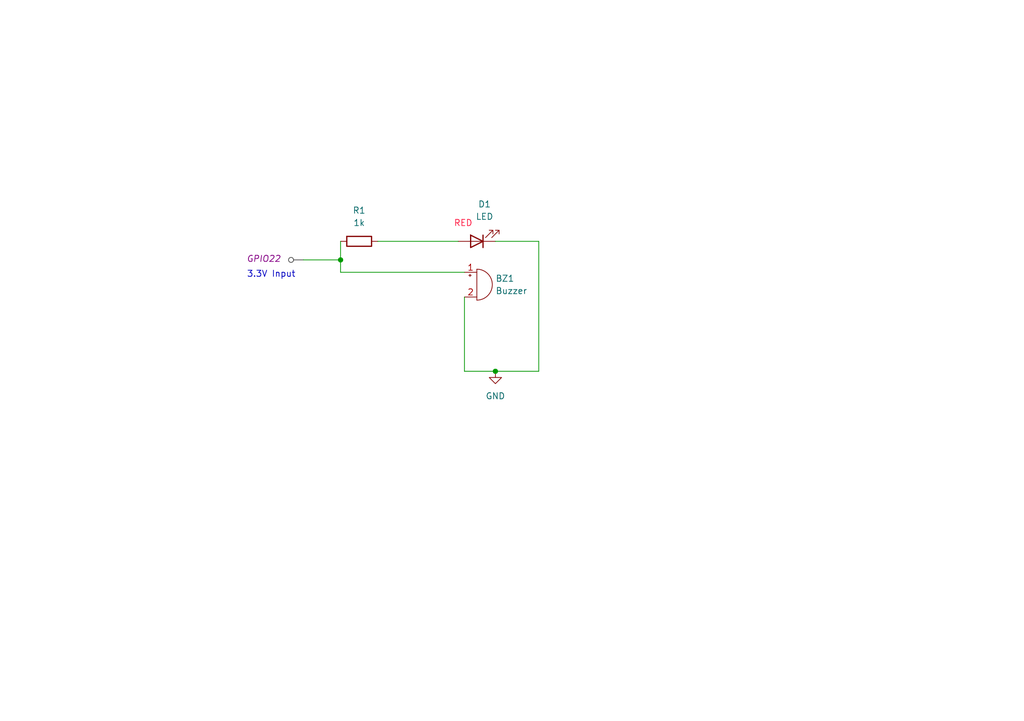
<source format=kicad_sch>
(kicad_sch (version 20231120) (generator "eeschema") (generator_version "8.0")
  (paper "A5")
  (title_block (title "Alarm System Circuit") (date "2024-04-02") (rev "A") (company "FANS") (comment 1 "Matteo Golin"))
  (lib_symbols
    (symbol "Device:Buzzer" (pin_names (offset 0.0254) hide)
      (property "Reference" "BZ" (at 3.81 1.27 0))
      (property "Value" "Buzzer" (at 3.81 -1.27 0))
      (symbol "Buzzer_0_1"
        (arc (start 0 -3.175) (mid 3.1612 0) (end 0 3.175))
        (polyline (pts (xy -1.651 1.905) (xy -1.143 1.905)))
        (polyline (pts (xy -1.397 2.159) (xy -1.397 1.651)))
        (polyline (pts (xy 0 3.175) (xy 0 -3.175)))
      )
      (symbol "Buzzer_1_1"
        (pin passive line (at -2.54 2.54 0) (length 2.54) (name "+") (number "1"))
        (pin passive line (at -2.54 -2.54 0) (length 2.54) (name "-") (number "2"))
      )
    )
    (symbol "Device:LED" (pin_numbers hide) (pin_names (offset 1.016) hide)
      (property "Reference" "D" (at 0 2.54 0))
      (property "Value" "LED" (at 0 -2.54 0))
      (symbol "LED_0_1"
        (polyline (pts (xy -1.27 -1.27) (xy -1.27 1.27)) (stroke (width 0.254)))
        (polyline (pts (xy -1.27 0) (xy 1.27 0)))
        (polyline (pts (xy 1.27 -1.27) (xy 1.27 1.27) (xy -1.27 0) (xy 1.27 -1.27)) (stroke (width 0.254)))
        (polyline (pts (xy -3.048 -0.762) (xy -4.572 -2.286) (xy -3.81 -2.286) (xy -4.572 -2.286) (xy -4.572 -1.524)))
        (polyline (pts (xy -1.778 -0.762) (xy -3.302 -2.286) (xy -2.54 -2.286) (xy -3.302 -2.286) (xy -3.302 -1.524)))
      )
      (symbol "LED_1_1"
        (pin passive line (at -3.81 0 0) (length 2.54) (name "K") (number "1"))
        (pin passive line (at 3.81 0 180) (length 2.54) (name "A") (number "2"))
      )
    )
    (symbol "Device:R" (pin_numbers hide) (pin_names (offset 0))
      (property "Reference" "R" (at 2.032 0 90))
      (property "Value" "R" (at 0 0 90))
      (symbol "R_0_1"
        (rectangle (start -1.016 -2.54) (end 1.016 2.54) (stroke (width 0.254)))
      )
      (symbol "R_1_1"
        (pin passive line (at 0 3.81 270) (length 1.27) (name "~") (number "1"))
        (pin passive line (at 0 -3.81 90) (length 1.27) (name "~") (number "2"))
      )
    )
    (symbol "power:GND" (power) (pin_numbers hide) (pin_names (offset 0) hide)
      (property "Value" "GND" (at 0 -3.81 0))
      (symbol "GND_0_1"
        (polyline (pts (xy 0 0) (xy 0 -1.27) (xy 1.27 -1.27) (xy 0 -2.54) (xy -1.27 -1.27) (xy 0 -1.27)))
      )
      (symbol "GND_1_1"
        (pin power_in line (at 0 0 270) (length 0) (name "~") (number "1"))
      )
    )
  )
  (junction (at 101.6 76.2))
  (junction (at 69.85 53.34))
  (wire (pts (xy 95.25 76.2) (xy 95.25 60.96)))
  (wire (pts (xy 101.6 76.2) (xy 95.25 76.2)))
  (wire (pts (xy 95.25 55.88) (xy 69.85 55.88)))
  (wire (pts (xy 110.49 49.53) (xy 110.49 76.2)))
  (wire (pts (xy 62.23 53.34) (xy 69.85 53.34)))
  (wire (pts (xy 69.85 55.88) (xy 69.85 53.34)))
  (wire (pts (xy 77.47 49.53) (xy 93.98 49.53)))
  (wire (pts (xy 110.49 76.2) (xy 101.6 76.2)))
  (wire (pts (xy 69.85 53.34) (xy 69.85 49.53)))
  (wire (pts (xy 101.6 49.53) (xy 110.49 49.53)))
  (text "3.3V Input" (at 55.626 56.388 0) (effects (font (size 1.27 1.27))))
  (text "RED" (at 94.996 45.974 0) (effects (font (size 1.27 1.27))))
  (netclass_flag "" (length 2.54) (shape round) (at 62.23 53.34 90) (property "Netclass" "GPIO22" (at 50.546 53.086 0) (effects (font (italic yes)) (justify left))))
  (symbol (lib_id "power:GND") (at 101.6 76.2 0) (unit 1)
    (property "Reference" "#PWR01" (effects (hide yes)))
    (property "Value" "GND" (at 101.6 81.28 0))
    (property "Description" "Power symbol creates a global label with name \"GND\" , ground" (effects (hide yes)))
  )
  (symbol (lib_id "Device:LED") (at 97.79 49.53 180) (unit 1)
    (property "Reference" "D1" (at 99.3775 41.91 0))
    (property "Value" "LED" (at 99.3775 44.45 0))
    (property "Description" "Light emitting diode" (effects (hide yes)))
  )
  (symbol (lib_id "Device:R") (at 73.66 49.53 90) (unit 1)
    (property "Reference" "R1" (at 73.66 43.18 90))
    (property "Value" "1k" (at 73.66 45.72 90))
    (property "Description" "Resistor" (effects (hide yes)))
  )
  (symbol (lib_id "Device:Buzzer") (at 97.79 58.42 0) (unit 1)
    (property "Reference" "BZ1" (at 101.6 57.1499 0) (effects (justify left)))
    (property "Value" "Buzzer" (at 101.6 59.6899 0) (effects (justify left)))
    (property "Description" "Buzzer, polarized" (effects (hide yes)))
  )
)
</source>
